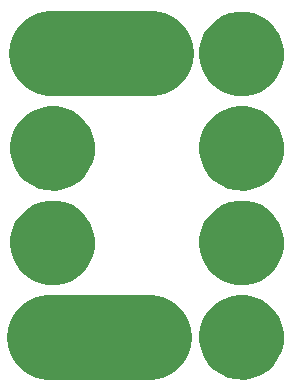
<source format=gbs>
%TF.GenerationSoftware,KiCad,Pcbnew,4.0.5-e0-6337~49~ubuntu16.04.1*%
%TF.CreationDate,2017-05-28T07:05:38-07:00*%
%TF.ProjectId,3x4-ATtiny85-8SOIC-Breakout,3378342D415474696E7938352D38534F,v1.1*%
%TF.FileFunction,Soldermask,Bot*%
%FSLAX46Y46*%
G04 Gerber Fmt 4.6, Leading zero omitted, Abs format (unit mm)*
G04 Created by KiCad (PCBNEW 4.0.5-e0-6337~49~ubuntu16.04.1) date Sun May 28 07:05:38 2017*
%MOMM*%
%LPD*%
G01*
G04 APERTURE LIST*
%ADD10C,0.350000*%
%ADD11C,7.200000*%
G04 APERTURE END LIST*
D10*
D11*
X4929600Y-65144920D02*
X13362400Y-65144920D01*
X5056600Y-41078420D02*
X13489400Y-41078420D01*
D10*
G36*
X13559227Y-61571099D02*
X14246225Y-61712120D01*
X14892761Y-61983899D01*
X15474189Y-62376077D01*
X15968369Y-62873719D01*
X16356477Y-63457869D01*
X16623733Y-64106280D01*
X16759886Y-64793906D01*
X16759886Y-64793911D01*
X16759954Y-64794255D01*
X16748768Y-65595305D01*
X16748692Y-65595639D01*
X16748692Y-65595652D01*
X16593391Y-66279210D01*
X16308137Y-66919902D01*
X15903866Y-67492990D01*
X15395983Y-67976642D01*
X14803830Y-68352434D01*
X14149965Y-68606051D01*
X13459292Y-68727836D01*
X12758115Y-68713147D01*
X12073144Y-68562547D01*
X11430471Y-68281770D01*
X10854579Y-67881514D01*
X10367394Y-67377020D01*
X9987478Y-66787504D01*
X9729299Y-66135420D01*
X9602697Y-65445619D01*
X9612488Y-64744357D01*
X9758304Y-64058351D01*
X10034585Y-63413736D01*
X10430815Y-62835058D01*
X10931894Y-62344365D01*
X11518743Y-61960342D01*
X12169005Y-61697618D01*
X12857909Y-61566204D01*
X13559227Y-61571099D01*
X13559227Y-61571099D01*
G37*
G36*
X21559227Y-61571099D02*
X22246225Y-61712120D01*
X22892761Y-61983899D01*
X23474189Y-62376077D01*
X23968369Y-62873719D01*
X24356477Y-63457869D01*
X24623733Y-64106280D01*
X24759886Y-64793906D01*
X24759886Y-64793911D01*
X24759954Y-64794255D01*
X24748768Y-65595305D01*
X24748692Y-65595639D01*
X24748692Y-65595652D01*
X24593391Y-66279210D01*
X24308137Y-66919902D01*
X23903866Y-67492990D01*
X23395983Y-67976642D01*
X22803830Y-68352434D01*
X22149965Y-68606051D01*
X21459292Y-68727836D01*
X20758115Y-68713147D01*
X20073144Y-68562547D01*
X19430471Y-68281770D01*
X18854579Y-67881514D01*
X18367394Y-67377020D01*
X17987478Y-66787504D01*
X17729299Y-66135420D01*
X17602697Y-65445619D01*
X17612488Y-64744357D01*
X17758304Y-64058351D01*
X18034585Y-63413736D01*
X18430815Y-62835058D01*
X18931894Y-62344365D01*
X19518743Y-61960342D01*
X20169005Y-61697618D01*
X20857909Y-61566204D01*
X21559227Y-61571099D01*
X21559227Y-61571099D01*
G37*
G36*
X5559227Y-61571099D02*
X6246225Y-61712120D01*
X6892761Y-61983899D01*
X7474189Y-62376077D01*
X7968369Y-62873719D01*
X8356477Y-63457869D01*
X8623733Y-64106280D01*
X8759886Y-64793906D01*
X8759886Y-64793911D01*
X8759954Y-64794255D01*
X8748768Y-65595305D01*
X8748692Y-65595639D01*
X8748692Y-65595652D01*
X8593391Y-66279210D01*
X8308137Y-66919902D01*
X7903866Y-67492990D01*
X7395983Y-67976642D01*
X6803830Y-68352434D01*
X6149965Y-68606051D01*
X5459292Y-68727836D01*
X4758115Y-68713147D01*
X4073144Y-68562547D01*
X3430471Y-68281770D01*
X2854579Y-67881514D01*
X2367394Y-67377020D01*
X1987478Y-66787504D01*
X1729299Y-66135420D01*
X1602697Y-65445619D01*
X1612488Y-64744357D01*
X1758304Y-64058351D01*
X2034585Y-63413736D01*
X2430815Y-62835058D01*
X2931894Y-62344365D01*
X3518743Y-61960342D01*
X4169005Y-61697618D01*
X4857909Y-61566204D01*
X5559227Y-61571099D01*
X5559227Y-61571099D01*
G37*
G36*
X21559227Y-53571099D02*
X22246225Y-53712120D01*
X22892761Y-53983899D01*
X23474189Y-54376077D01*
X23968369Y-54873719D01*
X24356477Y-55457869D01*
X24623733Y-56106280D01*
X24759886Y-56793906D01*
X24759886Y-56793911D01*
X24759954Y-56794255D01*
X24748768Y-57595305D01*
X24748692Y-57595639D01*
X24748692Y-57595652D01*
X24593391Y-58279210D01*
X24308137Y-58919902D01*
X23903866Y-59492990D01*
X23395983Y-59976642D01*
X22803830Y-60352434D01*
X22149965Y-60606051D01*
X21459292Y-60727836D01*
X20758115Y-60713147D01*
X20073144Y-60562547D01*
X19430471Y-60281770D01*
X18854579Y-59881514D01*
X18367394Y-59377020D01*
X17987478Y-58787504D01*
X17729299Y-58135420D01*
X17602697Y-57445619D01*
X17612488Y-56744357D01*
X17758304Y-56058351D01*
X18034585Y-55413736D01*
X18430815Y-54835058D01*
X18931894Y-54344365D01*
X19518743Y-53960342D01*
X20169005Y-53697618D01*
X20857909Y-53566204D01*
X21559227Y-53571099D01*
X21559227Y-53571099D01*
G37*
G36*
X5559227Y-53571099D02*
X6246225Y-53712120D01*
X6892761Y-53983899D01*
X7474189Y-54376077D01*
X7968369Y-54873719D01*
X8356477Y-55457869D01*
X8623733Y-56106280D01*
X8759886Y-56793906D01*
X8759886Y-56793911D01*
X8759954Y-56794255D01*
X8748768Y-57595305D01*
X8748692Y-57595639D01*
X8748692Y-57595652D01*
X8593391Y-58279210D01*
X8308137Y-58919902D01*
X7903866Y-59492990D01*
X7395983Y-59976642D01*
X6803830Y-60352434D01*
X6149965Y-60606051D01*
X5459292Y-60727836D01*
X4758115Y-60713147D01*
X4073144Y-60562547D01*
X3430471Y-60281770D01*
X2854579Y-59881514D01*
X2367394Y-59377020D01*
X1987478Y-58787504D01*
X1729299Y-58135420D01*
X1602697Y-57445619D01*
X1612488Y-56744357D01*
X1758304Y-56058351D01*
X2034585Y-55413736D01*
X2430815Y-54835058D01*
X2931894Y-54344365D01*
X3518743Y-53960342D01*
X4169005Y-53697618D01*
X4857909Y-53566204D01*
X5559227Y-53571099D01*
X5559227Y-53571099D01*
G37*
G36*
X21559227Y-45571099D02*
X22246225Y-45712120D01*
X22892761Y-45983899D01*
X23474189Y-46376077D01*
X23968369Y-46873719D01*
X24356477Y-47457869D01*
X24623733Y-48106280D01*
X24759886Y-48793906D01*
X24759886Y-48793911D01*
X24759954Y-48794255D01*
X24748768Y-49595305D01*
X24748692Y-49595639D01*
X24748692Y-49595652D01*
X24593391Y-50279210D01*
X24308137Y-50919902D01*
X23903866Y-51492990D01*
X23395983Y-51976642D01*
X22803830Y-52352434D01*
X22149965Y-52606051D01*
X21459292Y-52727836D01*
X20758115Y-52713147D01*
X20073144Y-52562547D01*
X19430471Y-52281770D01*
X18854579Y-51881514D01*
X18367394Y-51377020D01*
X17987478Y-50787504D01*
X17729299Y-50135420D01*
X17602697Y-49445619D01*
X17612488Y-48744357D01*
X17758304Y-48058351D01*
X18034585Y-47413736D01*
X18430815Y-46835058D01*
X18931894Y-46344365D01*
X19518743Y-45960342D01*
X20169005Y-45697618D01*
X20857909Y-45566204D01*
X21559227Y-45571099D01*
X21559227Y-45571099D01*
G37*
G36*
X5559227Y-45571099D02*
X6246225Y-45712120D01*
X6892761Y-45983899D01*
X7474189Y-46376077D01*
X7968369Y-46873719D01*
X8356477Y-47457869D01*
X8623733Y-48106280D01*
X8759886Y-48793906D01*
X8759886Y-48793911D01*
X8759954Y-48794255D01*
X8748768Y-49595305D01*
X8748692Y-49595639D01*
X8748692Y-49595652D01*
X8593391Y-50279210D01*
X8308137Y-50919902D01*
X7903866Y-51492990D01*
X7395983Y-51976642D01*
X6803830Y-52352434D01*
X6149965Y-52606051D01*
X5459292Y-52727836D01*
X4758115Y-52713147D01*
X4073144Y-52562547D01*
X3430471Y-52281770D01*
X2854579Y-51881514D01*
X2367394Y-51377020D01*
X1987478Y-50787504D01*
X1729299Y-50135420D01*
X1602697Y-49445619D01*
X1612488Y-48744357D01*
X1758304Y-48058351D01*
X2034585Y-47413736D01*
X2430815Y-46835058D01*
X2931894Y-46344365D01*
X3518743Y-45960342D01*
X4169005Y-45697618D01*
X4857909Y-45566204D01*
X5559227Y-45571099D01*
X5559227Y-45571099D01*
G37*
G36*
X5559227Y-37571099D02*
X6246225Y-37712120D01*
X6892761Y-37983899D01*
X7474189Y-38376077D01*
X7968369Y-38873719D01*
X8356477Y-39457869D01*
X8623733Y-40106280D01*
X8759886Y-40793906D01*
X8759886Y-40793911D01*
X8759954Y-40794255D01*
X8748768Y-41595305D01*
X8748692Y-41595639D01*
X8748692Y-41595652D01*
X8593391Y-42279210D01*
X8308137Y-42919902D01*
X7903866Y-43492990D01*
X7395983Y-43976642D01*
X6803830Y-44352434D01*
X6149965Y-44606051D01*
X5459292Y-44727836D01*
X4758115Y-44713147D01*
X4073144Y-44562547D01*
X3430471Y-44281770D01*
X2854579Y-43881514D01*
X2367394Y-43377020D01*
X1987478Y-42787504D01*
X1729299Y-42135420D01*
X1602697Y-41445619D01*
X1612488Y-40744357D01*
X1758304Y-40058351D01*
X2034585Y-39413736D01*
X2430815Y-38835058D01*
X2931894Y-38344365D01*
X3518743Y-37960342D01*
X4169005Y-37697618D01*
X4857909Y-37566204D01*
X5559227Y-37571099D01*
X5559227Y-37571099D01*
G37*
G36*
X13559227Y-37571099D02*
X14246225Y-37712120D01*
X14892761Y-37983899D01*
X15474189Y-38376077D01*
X15968369Y-38873719D01*
X16356477Y-39457869D01*
X16623733Y-40106280D01*
X16759886Y-40793906D01*
X16759886Y-40793911D01*
X16759954Y-40794255D01*
X16748768Y-41595305D01*
X16748692Y-41595639D01*
X16748692Y-41595652D01*
X16593391Y-42279210D01*
X16308137Y-42919902D01*
X15903866Y-43492990D01*
X15395983Y-43976642D01*
X14803830Y-44352434D01*
X14149965Y-44606051D01*
X13459292Y-44727836D01*
X12758115Y-44713147D01*
X12073144Y-44562547D01*
X11430471Y-44281770D01*
X10854579Y-43881514D01*
X10367394Y-43377020D01*
X9987478Y-42787504D01*
X9729299Y-42135420D01*
X9602697Y-41445619D01*
X9612488Y-40744357D01*
X9758304Y-40058351D01*
X10034585Y-39413736D01*
X10430815Y-38835058D01*
X10931894Y-38344365D01*
X11518743Y-37960342D01*
X12169005Y-37697618D01*
X12857909Y-37566204D01*
X13559227Y-37571099D01*
X13559227Y-37571099D01*
G37*
G36*
X21559227Y-37571099D02*
X22246225Y-37712120D01*
X22892761Y-37983899D01*
X23474189Y-38376077D01*
X23968369Y-38873719D01*
X24356477Y-39457869D01*
X24623733Y-40106280D01*
X24759886Y-40793906D01*
X24759886Y-40793911D01*
X24759954Y-40794255D01*
X24748768Y-41595305D01*
X24748692Y-41595639D01*
X24748692Y-41595652D01*
X24593391Y-42279210D01*
X24308137Y-42919902D01*
X23903866Y-43492990D01*
X23395983Y-43976642D01*
X22803830Y-44352434D01*
X22149965Y-44606051D01*
X21459292Y-44727836D01*
X20758115Y-44713147D01*
X20073144Y-44562547D01*
X19430471Y-44281770D01*
X18854579Y-43881514D01*
X18367394Y-43377020D01*
X17987478Y-42787504D01*
X17729299Y-42135420D01*
X17602697Y-41445619D01*
X17612488Y-40744357D01*
X17758304Y-40058351D01*
X18034585Y-39413736D01*
X18430815Y-38835058D01*
X18931894Y-38344365D01*
X19518743Y-37960342D01*
X20169005Y-37697618D01*
X20857909Y-37566204D01*
X21559227Y-37571099D01*
X21559227Y-37571099D01*
G37*
M02*

</source>
